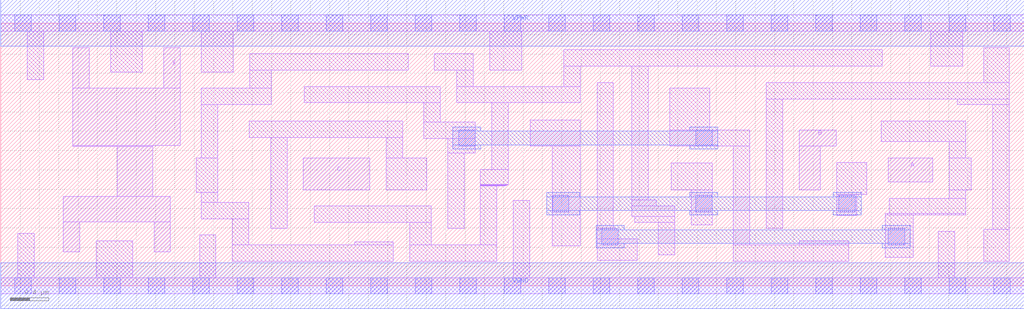
<source format=lef>
# Copyright 2020 The SkyWater PDK Authors
#
# Licensed under the Apache License, Version 2.0 (the "License");
# you may not use this file except in compliance with the License.
# You may obtain a copy of the License at
#
#     https://www.apache.org/licenses/LICENSE-2.0
#
# Unless required by applicable law or agreed to in writing, software
# distributed under the License is distributed on an "AS IS" BASIS,
# WITHOUT WARRANTIES OR CONDITIONS OF ANY KIND, either express or implied.
# See the License for the specific language governing permissions and
# limitations under the License.
#
# SPDX-License-Identifier: Apache-2.0

VERSION 5.7 ;
BUSBITCHARS "[]" ;
DIVIDERCHAR "/" ;
PROPERTYDEFINITIONS
  MACRO maskLayoutSubType STRING ;
  MACRO prCellType STRING ;
  MACRO originalViewName STRING ;
END PROPERTYDEFINITIONS
MACRO sky130_fd_sc_hdll__xor3_4
  ORIGIN  0.000000  0.000000 ;
  CLASS CORE ;
  SYMMETRY X Y R90 ;
  SIZE  10.58000 BY  2.720000 ;
  SITE unithd ;
  PIN A
    ANTENNAGATEAREA  0.276000 ;
    DIRECTION INPUT ;
    USE SIGNAL ;
    PORT
      LAYER li1 ;
        RECT 9.175000 1.075000 9.635000 1.325000 ;
    END
  END A
  PIN B
    ANTENNAGATEAREA  0.735900 ;
    DIRECTION INPUT ;
    USE SIGNAL ;
    PORT
      LAYER li1 ;
        RECT 8.255000 0.995000 8.475000 1.445000 ;
        RECT 8.255000 1.445000 8.640000 1.615000 ;
    END
  END B
  PIN C
    ANTENNAGATEAREA  0.425400 ;
    DIRECTION INPUT ;
    USE SIGNAL ;
    PORT
      LAYER li1 ;
        RECT 3.130000 0.995000 3.815000 1.325000 ;
    END
  END C
  PIN X
    ANTENNADIFFAREA  0.996000 ;
    DIRECTION OUTPUT ;
    USE SIGNAL ;
    PORT
      LAYER li1 ;
        RECT 0.645000 0.350000 0.815000 0.660000 ;
        RECT 0.645000 0.660000 1.755000 0.925000 ;
        RECT 0.745000 1.440000 1.570000 1.455000 ;
        RECT 0.745000 1.455000 1.855000 2.045000 ;
        RECT 0.745000 2.045000 0.915000 2.465000 ;
        RECT 1.205000 0.925000 1.570000 1.440000 ;
        RECT 1.585000 0.350000 1.755000 0.660000 ;
        RECT 1.685000 2.045000 1.855000 2.465000 ;
    END
  END X
  PIN VGND
    DIRECTION INOUT ;
    USE GROUND ;
    PORT
      LAYER met1 ;
        RECT 0.000000 -0.240000 10.580000 0.240000 ;
    END
  END VGND
  PIN VNB
    DIRECTION INOUT ;
    USE GROUND ;
    PORT
    END
  END VNB
  PIN VPB
    DIRECTION INOUT ;
    USE POWER ;
    PORT
    END
  END VPB
  PIN VPWR
    DIRECTION INOUT ;
    USE POWER ;
    PORT
      LAYER met1 ;
        RECT 0.000000 2.480000 10.580000 2.960000 ;
    END
  END VPWR
  OBS
    LAYER li1 ;
      RECT  0.000000 -0.085000 10.580000 0.085000 ;
      RECT  0.000000  2.635000 10.580000 2.805000 ;
      RECT  0.175000  0.085000  0.345000 0.545000 ;
      RECT  0.275000  2.135000  0.445000 2.635000 ;
      RECT  0.985000  0.085000  1.365000 0.465000 ;
      RECT  1.135000  2.215000  1.465000 2.635000 ;
      RECT  2.020000  0.965000  2.245000 1.325000 ;
      RECT  2.055000  0.085000  2.225000 0.525000 ;
      RECT  2.075000  0.695000  2.565000 0.865000 ;
      RECT  2.075000  0.865000  2.245000 0.965000 ;
      RECT  2.075000  1.325000  2.245000 1.875000 ;
      RECT  2.075000  1.875000  2.795000 2.045000 ;
      RECT  2.075000  2.215000  2.405000 2.635000 ;
      RECT  2.395000  0.255000  4.060000 0.425000 ;
      RECT  2.395000  0.425000  2.565000 0.695000 ;
      RECT  2.570000  1.535000  4.155000 1.705000 ;
      RECT  2.575000  2.045000  2.795000 2.235000 ;
      RECT  2.575000  2.235000  4.215000 2.405000 ;
      RECT  2.790000  0.595000  2.960000 1.535000 ;
      RECT  3.140000  1.895000  4.545000 2.065000 ;
      RECT  3.240000  0.655000  4.450000 0.825000 ;
      RECT  3.660000  0.425000  4.060000 0.455000 ;
      RECT  3.985000  0.995000  4.405000 1.325000 ;
      RECT  3.985000  1.325000  4.155000 1.535000 ;
      RECT  4.230000  0.255000  5.130000 0.425000 ;
      RECT  4.230000  0.425000  4.450000 0.655000 ;
      RECT  4.375000  1.525000  4.905000 1.695000 ;
      RECT  4.375000  1.695000  4.545000 1.895000 ;
      RECT  4.480000  2.235000  4.885000 2.405000 ;
      RECT  4.620000  0.595000  4.790000 1.375000 ;
      RECT  4.620000  1.375000  4.905000 1.525000 ;
      RECT  4.715000  1.895000  5.990000 2.065000 ;
      RECT  4.715000  2.065000  4.885000 2.235000 ;
      RECT  4.960000  0.425000  5.130000 1.035000 ;
      RECT  4.960000  1.035000  5.215000 1.040000 ;
      RECT  4.960000  1.040000  5.230000 1.045000 ;
      RECT  4.960000  1.045000  5.240000 1.050000 ;
      RECT  4.960000  1.050000  5.245000 1.205000 ;
      RECT  5.055000  2.235000  5.385000 2.635000 ;
      RECT  5.075000  1.205000  5.245000 1.895000 ;
      RECT  5.300000  0.085000  5.470000 0.885000 ;
      RECT  5.475000  1.445000  5.990000 1.715000 ;
      RECT  5.700000  0.415000  5.990000 1.445000 ;
      RECT  5.820000  2.065000  5.990000 2.275000 ;
      RECT  5.820000  2.275000  9.115000 2.445000 ;
      RECT  6.165000  0.265000  6.580000 0.485000 ;
      RECT  6.165000  0.485000  6.385000 0.595000 ;
      RECT  6.165000  0.595000  6.335000 2.105000 ;
      RECT  6.525000  0.720000  6.970000 0.825000 ;
      RECT  6.525000  0.825000  6.775000 0.890000 ;
      RECT  6.525000  0.890000  6.695000 2.275000 ;
      RECT  6.555000  0.655000  6.970000 0.720000 ;
      RECT  6.800000  0.320000  6.970000 0.655000 ;
      RECT  6.915000  1.445000  7.745000 1.615000 ;
      RECT  6.915000  1.615000  7.330000 2.045000 ;
      RECT  6.930000  0.995000  7.355000 1.270000 ;
      RECT  7.140000  0.630000  7.355000 0.995000 ;
      RECT  7.575000  0.255000  8.770000 0.425000 ;
      RECT  7.575000  0.425000  7.745000 1.445000 ;
      RECT  7.915000  0.595000  8.085000 1.935000 ;
      RECT  7.915000  1.935000 10.425000 2.105000 ;
      RECT  8.255000  0.425000  8.770000 0.465000 ;
      RECT  8.645000  0.730000  8.850000 0.945000 ;
      RECT  8.645000  0.945000  8.955000 1.275000 ;
      RECT  9.105000  1.495000  9.975000 1.705000 ;
      RECT  9.145000  0.295000  9.435000 0.735000 ;
      RECT  9.145000  0.735000  9.975000 0.750000 ;
      RECT  9.185000  0.750000  9.975000 0.905000 ;
      RECT  9.615000  2.275000  9.945000 2.635000 ;
      RECT  9.695000  0.085000  9.865000 0.565000 ;
      RECT  9.805000  0.905000  9.975000 0.995000 ;
      RECT  9.805000  0.995000 10.035000 1.325000 ;
      RECT  9.805000  1.325000  9.975000 1.495000 ;
      RECT  9.890000  1.875000 10.425000 1.935000 ;
      RECT 10.165000  0.255000 10.425000 0.585000 ;
      RECT 10.165000  2.105000 10.425000 2.465000 ;
      RECT 10.255000  0.585000 10.425000 1.875000 ;
    LAYER mcon ;
      RECT  0.145000 -0.085000  0.315000 0.085000 ;
      RECT  0.145000  2.635000  0.315000 2.805000 ;
      RECT  0.605000 -0.085000  0.775000 0.085000 ;
      RECT  0.605000  2.635000  0.775000 2.805000 ;
      RECT  1.065000 -0.085000  1.235000 0.085000 ;
      RECT  1.065000  2.635000  1.235000 2.805000 ;
      RECT  1.525000 -0.085000  1.695000 0.085000 ;
      RECT  1.525000  2.635000  1.695000 2.805000 ;
      RECT  1.985000 -0.085000  2.155000 0.085000 ;
      RECT  1.985000  2.635000  2.155000 2.805000 ;
      RECT  2.445000 -0.085000  2.615000 0.085000 ;
      RECT  2.445000  2.635000  2.615000 2.805000 ;
      RECT  2.905000 -0.085000  3.075000 0.085000 ;
      RECT  2.905000  2.635000  3.075000 2.805000 ;
      RECT  3.365000 -0.085000  3.535000 0.085000 ;
      RECT  3.365000  2.635000  3.535000 2.805000 ;
      RECT  3.825000 -0.085000  3.995000 0.085000 ;
      RECT  3.825000  2.635000  3.995000 2.805000 ;
      RECT  4.285000 -0.085000  4.455000 0.085000 ;
      RECT  4.285000  2.635000  4.455000 2.805000 ;
      RECT  4.735000  1.445000  4.905000 1.615000 ;
      RECT  4.745000 -0.085000  4.915000 0.085000 ;
      RECT  4.745000  2.635000  4.915000 2.805000 ;
      RECT  5.205000 -0.085000  5.375000 0.085000 ;
      RECT  5.205000  2.635000  5.375000 2.805000 ;
      RECT  5.665000 -0.085000  5.835000 0.085000 ;
      RECT  5.665000  2.635000  5.835000 2.805000 ;
      RECT  5.705000  0.765000  5.875000 0.935000 ;
      RECT  6.125000 -0.085000  6.295000 0.085000 ;
      RECT  6.125000  2.635000  6.295000 2.805000 ;
      RECT  6.215000  0.425000  6.385000 0.595000 ;
      RECT  6.585000 -0.085000  6.755000 0.085000 ;
      RECT  6.585000  2.635000  6.755000 2.805000 ;
      RECT  7.045000 -0.085000  7.215000 0.085000 ;
      RECT  7.045000  2.635000  7.215000 2.805000 ;
      RECT  7.185000  0.765000  7.355000 0.935000 ;
      RECT  7.185000  1.445000  7.355000 1.615000 ;
      RECT  7.505000 -0.085000  7.675000 0.085000 ;
      RECT  7.505000  2.635000  7.675000 2.805000 ;
      RECT  7.965000 -0.085000  8.135000 0.085000 ;
      RECT  7.965000  2.635000  8.135000 2.805000 ;
      RECT  8.425000 -0.085000  8.595000 0.085000 ;
      RECT  8.425000  2.635000  8.595000 2.805000 ;
      RECT  8.665000  0.765000  8.835000 0.935000 ;
      RECT  8.885000 -0.085000  9.055000 0.085000 ;
      RECT  8.885000  2.635000  9.055000 2.805000 ;
      RECT  9.175000  0.425000  9.345000 0.595000 ;
      RECT  9.345000 -0.085000  9.515000 0.085000 ;
      RECT  9.345000  2.635000  9.515000 2.805000 ;
      RECT  9.805000 -0.085000  9.975000 0.085000 ;
      RECT  9.805000  2.635000  9.975000 2.805000 ;
      RECT 10.265000 -0.085000 10.435000 0.085000 ;
      RECT 10.265000  2.635000 10.435000 2.805000 ;
    LAYER met1 ;
      RECT 4.675000 1.415000 4.965000 1.460000 ;
      RECT 4.675000 1.460000 7.415000 1.600000 ;
      RECT 4.675000 1.600000 4.965000 1.645000 ;
      RECT 5.645000 0.735000 5.985000 0.780000 ;
      RECT 5.645000 0.780000 8.895000 0.920000 ;
      RECT 5.645000 0.920000 5.985000 0.965000 ;
      RECT 6.155000 0.395000 6.445000 0.440000 ;
      RECT 6.155000 0.440000 9.405000 0.580000 ;
      RECT 6.155000 0.580000 6.445000 0.625000 ;
      RECT 7.125000 0.735000 7.415000 0.780000 ;
      RECT 7.125000 0.920000 7.415000 0.965000 ;
      RECT 7.125000 1.415000 7.415000 1.460000 ;
      RECT 7.125000 1.600000 7.415000 1.645000 ;
      RECT 8.605000 0.735000 8.895000 0.780000 ;
      RECT 8.605000 0.920000 8.895000 0.965000 ;
      RECT 9.115000 0.395000 9.405000 0.440000 ;
      RECT 9.115000 0.580000 9.405000 0.625000 ;
  END
  PROPERTY maskLayoutSubType "abstract" ;
  PROPERTY prCellType "standard" ;
  PROPERTY originalViewName "layout" ;
END sky130_fd_sc_hdll__xor3_4
END LIBRARY

</source>
